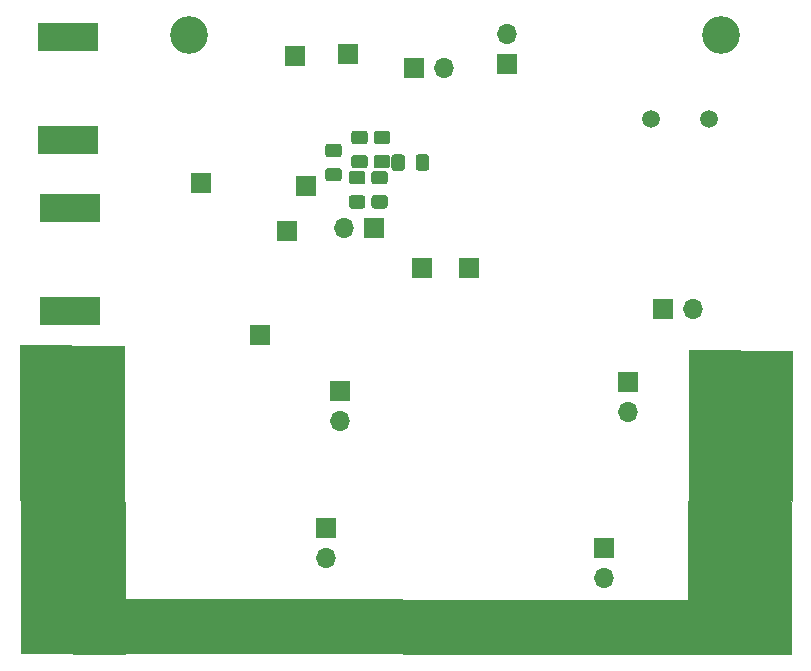
<source format=gbr>
G04 #@! TF.GenerationSoftware,KiCad,Pcbnew,5.1.6-c6e7f7d~86~ubuntu19.10.1*
G04 #@! TF.CreationDate,2021-01-18T20:18:48+01:00*
G04 #@! TF.ProjectId,receiver_test,72656365-6976-4657-925f-746573742e6b,rev?*
G04 #@! TF.SameCoordinates,Original*
G04 #@! TF.FileFunction,Soldermask,Bot*
G04 #@! TF.FilePolarity,Negative*
%FSLAX46Y46*%
G04 Gerber Fmt 4.6, Leading zero omitted, Abs format (unit mm)*
G04 Created by KiCad (PCBNEW 5.1.6-c6e7f7d~86~ubuntu19.10.1) date 2021-01-18 20:18:48*
%MOMM*%
%LPD*%
G01*
G04 APERTURE LIST*
%ADD10C,0.100000*%
%ADD11O,1.700000X1.700000*%
%ADD12R,1.700000X1.700000*%
%ADD13R,5.080000X2.420000*%
%ADD14C,1.500000*%
%ADD15C,3.200000*%
G04 APERTURE END LIST*
D10*
G36*
X98870000Y-126870000D02*
G01*
X98910000Y-131385000D01*
X33770000Y-131295000D01*
X33730000Y-126780000D01*
X98870000Y-126870000D01*
G37*
X98870000Y-126870000D02*
X98910000Y-131385000D01*
X33770000Y-131295000D01*
X33730000Y-126780000D01*
X98870000Y-126870000D01*
G36*
X98977500Y-105722500D02*
G01*
X98897500Y-131442500D01*
X90222500Y-131377500D01*
X90302500Y-105657500D01*
X98977500Y-105722500D01*
G37*
X98977500Y-105722500D02*
X98897500Y-131442500D01*
X90222500Y-131377500D01*
X90302500Y-105657500D01*
X98977500Y-105722500D01*
G36*
X42450000Y-105310000D02*
G01*
X42530000Y-131370000D01*
X33730000Y-131290000D01*
X33650000Y-105230000D01*
X42450000Y-105310000D01*
G37*
X42450000Y-105310000D02*
X42530000Y-131370000D01*
X33730000Y-131290000D01*
X33650000Y-105230000D01*
X42450000Y-105310000D01*
D11*
X83120000Y-125000000D03*
D12*
X83120000Y-122460000D03*
D11*
X59580000Y-123300000D03*
D12*
X59580000Y-120760000D03*
G36*
G01*
X66250000Y-89349999D02*
X66250000Y-90250001D01*
G75*
G02*
X66000001Y-90500000I-249999J0D01*
G01*
X65349999Y-90500000D01*
G75*
G02*
X65100000Y-90250001I0J249999D01*
G01*
X65100000Y-89349999D01*
G75*
G02*
X65349999Y-89100000I249999J0D01*
G01*
X66000001Y-89100000D01*
G75*
G02*
X66250000Y-89349999I0J-249999D01*
G01*
G37*
G36*
G01*
X68300000Y-89349999D02*
X68300000Y-90250001D01*
G75*
G02*
X68050001Y-90500000I-249999J0D01*
G01*
X67399999Y-90500000D01*
G75*
G02*
X67150000Y-90250001I0J249999D01*
G01*
X67150000Y-89349999D01*
G75*
G02*
X67399999Y-89100000I249999J0D01*
G01*
X68050001Y-89100000D01*
G75*
G02*
X68300000Y-89349999I0J-249999D01*
G01*
G37*
G36*
G01*
X64550001Y-91650000D02*
X63649999Y-91650000D01*
G75*
G02*
X63400000Y-91400001I0J249999D01*
G01*
X63400000Y-90749999D01*
G75*
G02*
X63649999Y-90500000I249999J0D01*
G01*
X64550001Y-90500000D01*
G75*
G02*
X64800000Y-90749999I0J-249999D01*
G01*
X64800000Y-91400001D01*
G75*
G02*
X64550001Y-91650000I-249999J0D01*
G01*
G37*
G36*
G01*
X64550001Y-93700000D02*
X63649999Y-93700000D01*
G75*
G02*
X63400000Y-93450001I0J249999D01*
G01*
X63400000Y-92799999D01*
G75*
G02*
X63649999Y-92550000I249999J0D01*
G01*
X64550001Y-92550000D01*
G75*
G02*
X64800000Y-92799999I0J-249999D01*
G01*
X64800000Y-93450001D01*
G75*
G02*
X64550001Y-93700000I-249999J0D01*
G01*
G37*
G36*
G01*
X64750001Y-88250000D02*
X63849999Y-88250000D01*
G75*
G02*
X63600000Y-88000001I0J249999D01*
G01*
X63600000Y-87349999D01*
G75*
G02*
X63849999Y-87100000I249999J0D01*
G01*
X64750001Y-87100000D01*
G75*
G02*
X65000000Y-87349999I0J-249999D01*
G01*
X65000000Y-88000001D01*
G75*
G02*
X64750001Y-88250000I-249999J0D01*
G01*
G37*
G36*
G01*
X64750001Y-90300000D02*
X63849999Y-90300000D01*
G75*
G02*
X63600000Y-90050001I0J249999D01*
G01*
X63600000Y-89399999D01*
G75*
G02*
X63849999Y-89150000I249999J0D01*
G01*
X64750001Y-89150000D01*
G75*
G02*
X65000000Y-89399999I0J-249999D01*
G01*
X65000000Y-90050001D01*
G75*
G02*
X64750001Y-90300000I-249999J0D01*
G01*
G37*
G36*
G01*
X59749999Y-90250000D02*
X60650001Y-90250000D01*
G75*
G02*
X60900000Y-90499999I0J-249999D01*
G01*
X60900000Y-91150001D01*
G75*
G02*
X60650001Y-91400000I-249999J0D01*
G01*
X59749999Y-91400000D01*
G75*
G02*
X59500000Y-91150001I0J249999D01*
G01*
X59500000Y-90499999D01*
G75*
G02*
X59749999Y-90250000I249999J0D01*
G01*
G37*
G36*
G01*
X59749999Y-88200000D02*
X60650001Y-88200000D01*
G75*
G02*
X60900000Y-88449999I0J-249999D01*
G01*
X60900000Y-89100001D01*
G75*
G02*
X60650001Y-89350000I-249999J0D01*
G01*
X59749999Y-89350000D01*
G75*
G02*
X59500000Y-89100001I0J249999D01*
G01*
X59500000Y-88449999D01*
G75*
G02*
X59749999Y-88200000I249999J0D01*
G01*
G37*
G36*
G01*
X62650001Y-91650000D02*
X61749999Y-91650000D01*
G75*
G02*
X61500000Y-91400001I0J249999D01*
G01*
X61500000Y-90749999D01*
G75*
G02*
X61749999Y-90500000I249999J0D01*
G01*
X62650001Y-90500000D01*
G75*
G02*
X62900000Y-90749999I0J-249999D01*
G01*
X62900000Y-91400001D01*
G75*
G02*
X62650001Y-91650000I-249999J0D01*
G01*
G37*
G36*
G01*
X62650001Y-93700000D02*
X61749999Y-93700000D01*
G75*
G02*
X61500000Y-93450001I0J249999D01*
G01*
X61500000Y-92799999D01*
G75*
G02*
X61749999Y-92550000I249999J0D01*
G01*
X62650001Y-92550000D01*
G75*
G02*
X62900000Y-92799999I0J-249999D01*
G01*
X62900000Y-93450001D01*
G75*
G02*
X62650001Y-93700000I-249999J0D01*
G01*
G37*
G36*
G01*
X62850001Y-88250000D02*
X61949999Y-88250000D01*
G75*
G02*
X61700000Y-88000001I0J249999D01*
G01*
X61700000Y-87349999D01*
G75*
G02*
X61949999Y-87100000I249999J0D01*
G01*
X62850001Y-87100000D01*
G75*
G02*
X63100000Y-87349999I0J-249999D01*
G01*
X63100000Y-88000001D01*
G75*
G02*
X62850001Y-88250000I-249999J0D01*
G01*
G37*
G36*
G01*
X62850001Y-90300000D02*
X61949999Y-90300000D01*
G75*
G02*
X61700000Y-90050001I0J249999D01*
G01*
X61700000Y-89399999D01*
G75*
G02*
X61949999Y-89150000I249999J0D01*
G01*
X62850001Y-89150000D01*
G75*
G02*
X63100000Y-89399999I0J-249999D01*
G01*
X63100000Y-90050001D01*
G75*
G02*
X62850001Y-90300000I-249999J0D01*
G01*
G37*
D13*
X37900000Y-102380000D03*
X37900000Y-93620000D03*
X37696000Y-87916000D03*
X37696000Y-79156000D03*
D14*
X92000000Y-86130000D03*
X87120000Y-86130000D03*
D11*
X60720000Y-111720000D03*
D12*
X60720000Y-109180000D03*
X67700000Y-98700000D03*
D11*
X85100000Y-110940000D03*
D12*
X85100000Y-108400000D03*
D11*
X90600000Y-102200000D03*
D12*
X88060000Y-102200000D03*
X54000000Y-104400000D03*
X56300000Y-95600000D03*
X71700000Y-98700000D03*
X49000000Y-91500000D03*
X57900000Y-91800000D03*
X61400000Y-80600000D03*
X56900000Y-80800000D03*
D11*
X74900000Y-78900000D03*
D12*
X74900000Y-81440000D03*
D11*
X69540000Y-81800000D03*
D12*
X67000000Y-81800000D03*
D11*
X61060000Y-95300000D03*
D12*
X63600000Y-95300000D03*
D15*
X93000000Y-79000000D03*
X93000000Y-126000000D03*
X48000000Y-79000000D03*
X40000000Y-126000000D03*
M02*

</source>
